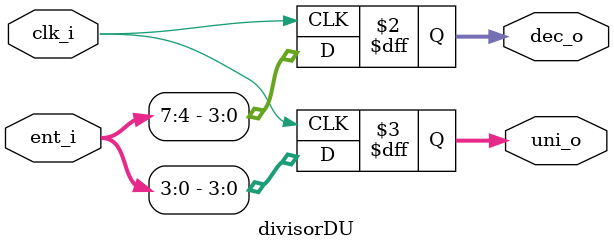
<source format=v>
`timescale 1ns / 1ps
module divisorDU(clk_i,ent_i,dec_o,uni_o);

input clk_i;
input [7:0] ent_i;
output reg [3:0] dec_o,uni_o;

always@(posedge clk_i)
	begin
	// separando decenas
		dec_o[0]=ent_i[4];
		dec_o[1]=ent_i[5];
		dec_o[2]=ent_i[6];
		dec_o[3]=ent_i[7];
		
	// separando unidades	
		uni_o[0]=ent_i[0];
		uni_o[1]=ent_i[1];
		uni_o[2]=ent_i[2];
		uni_o[3]=ent_i[3];
		
	
	end




endmodule

</source>
